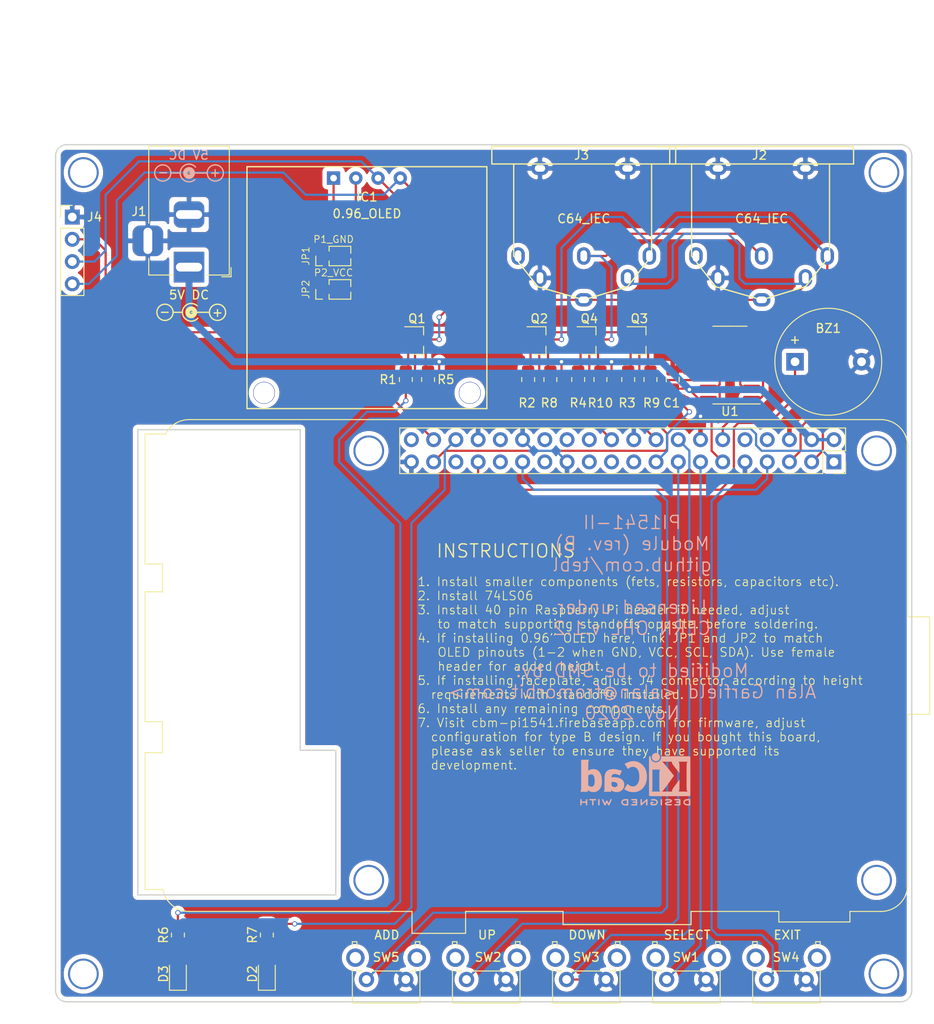
<source format=kicad_pcb>
(kicad_pcb (version 20171130) (host pcbnew "(5.1.8-0-10_14)")
  (layers (0 F.Cu signal) (31 B.Cu signal) (34 B.Paste user) (35 F.Paste user) (36 B.SilkS user) (37 F.SilkS user) (38 B.Mask user hide) (39 F.Mask user hide) (44 Edge.Cuts user))
  (net 0 "")
  (net 1 GND)
  (net 2 +3V3)
  (net 3 +5V)
  (net 4 "Net-(D2-Pad2)")
  (net 5 "Net-(IC1-Pad2)")
  (net 6 "Net-(D3-Pad2)")
  (net 7 RPI_DATA_IN)
  (net 8 SW5)
  (net 9 SW4)
  (net 10 RPI_ATN)
  (net 11 RPI_LED)
  (net 12 "Net-(A1-Pad33)")
  (net 13 RPI_RST)
  (net 14 RPI_CLK_IN)
  (net 15 SW1)
  (net 16 RPI_DATA_OUT)
  (net 17 RPI_CLK_OUT)
  (net 18 I2C_SCL)
  (net 19 SW3)
  (net 20 SW2)
  (net 21 I2C_SDA)
  (net 22 "Net-(IC1-Pad1)")
  (net 23 C64_CLK)
  (net 24 C64_DATA)
  (net 25 C64_ATN)
  (net 26 C64_RST)
  (module i2c_oled:0.96_I2C_OLED (layer F.Cu) (at 107.95 58.42)
    (fp_text reference IC1 (at 0 2.159 180) (layer F.SilkS))
    (fp_text value 0.96_OLED (at 0 4.064) (layer F.SilkS))
    (pad "" np_thru_hole circle (at -11.75 24.5) (size 2.5 2.5) (drill 2.4) (layers *.Cu *.Mask))
    (pad "" np_thru_hole circle (at 11.75 24.5) (size 2.5 2.5) (drill 2.4) (layers *.Cu *.Mask))
    (pad 4 thru_hole circle (at 3.81 0) (size 1.524 1.524) (drill 0.762) (layers *.Cu *.Mask) (net 21 I2C_SDA))
    (pad 3 thru_hole circle (at 1.27 0) (size 1.524 1.524) (drill 0.762) (layers *.Cu *.Mask) (net 18 I2C_SCL))
    (pad 2 thru_hole circle (at -1.27 0) (size 1.524 1.524) (drill 0.762) (layers *.Cu *.Mask) (net 5 "Net-(IC1-Pad2)"))
    (pad 1 thru_hole rect (at -3.81 0) (size 1.524 1.524) (drill 0.762) (layers *.Cu *.Mask) (net 22 "Net-(IC1-Pad1)"))
  )
  (module RPI:Raspberry_Pi_3B_Socketed_THT_FaceDown_MountingHoles (layer F.Cu) (at 161.29 90.805 270)
    (fp_text reference A1 hide)
    (fp_text value "Raspberry PI" hide)
    (pad 6 thru_hole oval (at -2.54 5.08 270) (size 1.7 1.7) (drill 1) (layers *.Cu *.Mask) (net 1 GND))
    (pad 3 thru_hole oval (at 0 2.54 270) (size 1.7 1.7) (drill 1) (layers *.Cu *.Mask) (net 21 I2C_SDA))
    (pad 15 thru_hole oval (at 0 17.78 270) (size 1.7 1.7) (drill 1) (layers *.Cu *.Mask) (net 20 SW2))
    (pad 16 thru_hole oval (at -2.54 17.78 270) (size 1.7 1.7) (drill 1) (layers *.Cu *.Mask) (net 19 SW3))
    (pad 4 thru_hole oval (at -2.54 2.54 270) (size 1.7 1.7) (drill 1) (layers *.Cu *.Mask) (net 3 +5V))
    (pad 5 thru_hole oval (at 0 5.08 270) (size 1.7 1.7) (drill 1) (layers *.Cu *.Mask) (net 18 I2C_SCL))
    (pad 2 thru_hole oval (at -2.54 0 270) (size 1.7 1.7) (drill 1) (layers *.Cu *.Mask) (net 3 +5V))
    (pad 1 thru_hole rect (at 0 0 270) (size 1.7 1.7) (drill 1) (layers *.Cu *.Mask) (net 2 +3V3))
    (pad 23 thru_hole oval (at 0 27.94 270) (size 1.7 1.7) (drill 1) (layers *.Cu *.Mask))
    (pad 24 thru_hole oval (at -2.54 27.94 270) (size 1.7 1.7) (drill 1) (layers *.Cu *.Mask))
    (pad 11 thru_hole oval (at 0 12.7 270) (size 1.7 1.7) (drill 1) (layers *.Cu *.Mask) (net 17 RPI_CLK_OUT))
    (pad 12 thru_hole oval (at -2.54 12.7 270) (size 1.7 1.7) (drill 1) (layers *.Cu *.Mask) (net 16 RPI_DATA_OUT))
    (pad 27 thru_hole oval (at 0 33.02 270) (size 1.7 1.7) (drill 1) (layers *.Cu *.Mask))
    (pad 28 thru_hole oval (at -2.54 33.02 270) (size 1.7 1.7) (drill 1) (layers *.Cu *.Mask))
    (pad 13 thru_hole oval (at 0 15.24 270) (size 1.7 1.7) (drill 1) (layers *.Cu *.Mask) (net 15 SW1))
    (pad 14 thru_hole oval (at -2.54 15.24 270) (size 1.7 1.7) (drill 1) (layers *.Cu *.Mask) (net 1 GND))
    (pad 9 thru_hole oval (at 0 10.16 270) (size 1.7 1.7) (drill 1) (layers *.Cu *.Mask) (net 1 GND))
    (pad 10 thru_hole oval (at -2.54 10.16 270) (size 1.7 1.7) (drill 1) (layers *.Cu *.Mask))
    (pad 19 thru_hole oval (at 0 22.86 270) (size 1.7 1.7) (drill 1) (layers *.Cu *.Mask))
    (pad 20 thru_hole oval (at -2.54 22.86 270) (size 1.7 1.7) (drill 1) (layers *.Cu *.Mask) (net 1 GND))
    (pad 37 thru_hole oval (at 0 45.72 270) (size 1.7 1.7) (drill 1) (layers *.Cu *.Mask) (net 14 RPI_CLK_IN))
    (pad 38 thru_hole oval (at -2.54 45.72 270) (size 1.7 1.7) (drill 1) (layers *.Cu *.Mask) (net 13 RPI_RST))
    (pad 33 thru_hole oval (at 0 40.64 270) (size 1.7 1.7) (drill 1) (layers *.Cu *.Mask) (net 12 "Net-(A1-Pad33)"))
    (pad 34 thru_hole oval (at -2.54 40.64 270) (size 1.7 1.7) (drill 1) (layers *.Cu *.Mask) (net 1 GND))
    (pad 35 thru_hole oval (at 0 43.18 270) (size 1.7 1.7) (drill 1) (layers *.Cu *.Mask))
    (pad 36 thru_hole oval (at -2.54 43.18 270) (size 1.7 1.7) (drill 1) (layers *.Cu *.Mask) (net 11 RPI_LED))
    (pad 17 thru_hole oval (at 0 20.32 270) (size 1.7 1.7) (drill 1) (layers *.Cu *.Mask) (net 2 +3V3))
    (pad 18 thru_hole oval (at -2.54 20.32 270) (size 1.7 1.7) (drill 1) (layers *.Cu *.Mask) (net 10 RPI_ATN))
    (pad 31 thru_hole oval (at 0 38.1 270) (size 1.7 1.7) (drill 1) (layers *.Cu *.Mask))
    (pad 32 thru_hole oval (at -2.54 38.1 270) (size 1.7 1.7) (drill 1) (layers *.Cu *.Mask))
    (pad 7 thru_hole oval (at 0 7.62 270) (size 1.7 1.7) (drill 1) (layers *.Cu *.Mask) (net 9 SW4))
    (pad 8 thru_hole oval (at -2.54 7.62 270) (size 1.7 1.7) (drill 1) (layers *.Cu *.Mask))
    (pad 29 thru_hole oval (at 0 35.56 270) (size 1.7 1.7) (drill 1) (layers *.Cu *.Mask) (net 8 SW5))
    (pad 30 thru_hole oval (at -2.54 35.56 270) (size 1.7 1.7) (drill 1) (layers *.Cu *.Mask) (net 1 GND))
    (pad 21 thru_hole oval (at 0 25.4 270) (size 1.7 1.7) (drill 1) (layers *.Cu *.Mask))
    (pad 22 thru_hole oval (at -2.54 25.4 270) (size 1.7 1.7) (drill 1) (layers *.Cu *.Mask) (net 7 RPI_DATA_IN))
    (pad 25 thru_hole oval (at 0 30.48 270) (size 1.7 1.7) (drill 1) (layers *.Cu *.Mask) (net 1 GND))
    (pad 26 thru_hole oval (at -2.54 30.48 270) (size 1.7 1.7) (drill 1) (layers *.Cu *.Mask))
    (pad 39 thru_hole oval (at 0 48.26 270) (size 1.7 1.7) (drill 1) (layers *.Cu *.Mask) (net 1 GND))
    (pad 40 thru_hole oval (at -2.54 48.26 270) (size 1.7 1.7) (drill 1) (layers *.Cu *.Mask))
    (pad "" np_thru_hole circle (at -1.27 -4.87) (size 3.5 3.5) (drill 3.048) (layers *.Cu *.Mask))
    (pad "" np_thru_hole circle (at 47.73 53.13) (size 3.5 3.5) (drill 3.048) (layers *.Cu *.Mask))
    (pad "" np_thru_hole circle (at 47.73 -4.87) (size 3.5 3.5) (drill 3.048) (layers *.Cu *.Mask))
    (pad "" np_thru_hole circle (at -1.27 53.13) (size 3.5 3.5) (drill 3.048) (layers *.Cu *.Mask))
  )
  (module mounting:M3 (layer F.Cu) (at 75.565 149.225)
    (fp_text reference M1 hide)
    (fp_text value Mounting hide)
    (pad "" np_thru_hole circle (at 0 0) (size 3.5 3.5) (drill 3.048) (layers *.Cu *.Mask))
  )
  (module mounting:M3 (layer F.Cu) (at 167.005 149.225)
    (fp_text reference M2 hide)
    (fp_text value Mounting hide)
    (pad "" np_thru_hole circle (at 0 0) (size 3.5 3.5) (drill 3.048) (layers *.Cu *.Mask))
  )
  (module mounting:M3 (layer F.Cu) (at 167.005 57.785)
    (fp_text reference M3 hide)
    (fp_text value Mounting hide)
    (pad "" np_thru_hole circle (at 0 0) (size 3.5 3.5) (drill 3.048) (layers *.Cu *.Mask))
  )
  (module mounting:M3 (layer F.Cu) (at 75.565 57.785)
    (fp_text reference M4 hide)
    (fp_text value Mounting hide)
    (pad "" np_thru_hole circle (at 0 0) (size 3.5 3.5) (drill 3.048) (layers *.Cu *.Mask))
  )
  (module Buttons_Switches_THT:SW_Tactile_SPST_Angled_PTS645Vx39-2LFS (layer F.Cu) (at 135.255 149.86 180)
    (fp_text reference SW3 (at 2.25 2.54) (layer F.SilkS))
    (fp_text value DOWN (at 2.159 5.08 180) (layer F.SilkS))
    (pad "" thru_hole circle (at -1.25 2.49 180) (size 2.1 2.1) (drill 1.3) (layers *.Cu *.Mask))
    (pad 1 thru_hole circle (at 0 0 180) (size 1.75 1.75) (drill 0.99) (layers *.Cu *.Mask) (net 1 GND))
    (pad 2 thru_hole circle (at 4.5 0 180) (size 1.75 1.75) (drill 0.99) (layers *.Cu *.Mask) (net 19 SW3))
    (pad "" thru_hole circle (at 5.76 2.49 180) (size 2.1 2.1) (drill 1.3) (layers *.Cu *.Mask))
  )
  (module Buttons_Switches_THT:SW_Tactile_SPST_Angled_PTS645Vx39-2LFS (layer F.Cu) (at 158.115 149.86 180)
    (fp_text reference SW4 (at 2.286 2.54) (layer F.SilkS))
    (fp_text value EXIT (at 2.159 5.08 180) (layer F.SilkS))
    (pad "" thru_hole circle (at -1.25 2.49 180) (size 2.1 2.1) (drill 1.3) (layers *.Cu *.Mask))
    (pad 1 thru_hole circle (at 0 0 180) (size 1.75 1.75) (drill 0.99) (layers *.Cu *.Mask) (net 1 GND))
    (pad 2 thru_hole circle (at 4.5 0 180) (size 1.75 1.75) (drill 0.99) (layers *.Cu *.Mask) (net 9 SW4))
    (pad "" thru_hole circle (at 5.76 2.49 180) (size 2.1 2.1) (drill 1.3) (layers *.Cu *.Mask))
  )
  (module Buttons_Switches_THT:SW_Tactile_SPST_Angled_PTS645Vx39-2LFS (layer F.Cu) (at 112.395 149.86 180)
    (fp_text reference SW5 (at 2.25 2.54) (layer F.SilkS))
    (fp_text value ADD (at 2.159 5.08 180) (layer F.SilkS))
    (pad "" thru_hole circle (at 5.76 2.49 180) (size 2.1 2.1) (drill 1.3) (layers *.Cu *.Mask))
    (pad 2 thru_hole circle (at 4.5 0 180) (size 1.75 1.75) (drill 0.99) (layers *.Cu *.Mask) (net 8 SW5))
    (pad 1 thru_hole circle (at 0 0 180) (size 1.75 1.75) (drill 0.99) (layers *.Cu *.Mask) (net 1 GND))
    (pad "" thru_hole circle (at -1.25 2.49 180) (size 2.1 2.1) (drill 1.3) (layers *.Cu *.Mask))
  )
  (module Buttons_Switches_THT:SW_Tactile_SPST_Angled_PTS645Vx39-2LFS (layer F.Cu) (at 146.685 149.86 180)
    (fp_text reference SW1 (at 2.286 2.54) (layer F.SilkS))
    (fp_text value SELECT (at 2.159 5.08 180) (layer F.SilkS))
    (pad "" thru_hole circle (at -1.25 2.49 180) (size 2.1 2.1) (drill 1.3) (layers *.Cu *.Mask))
    (pad 1 thru_hole circle (at 0 0 180) (size 1.75 1.75) (drill 0.99) (layers *.Cu *.Mask) (net 1 GND))
    (pad 2 thru_hole circle (at 4.5 0 180) (size 1.75 1.75) (drill 0.99) (layers *.Cu *.Mask) (net 15 SW1))
    (pad "" thru_hole circle (at 5.76 2.49 180) (size 2.1 2.1) (drill 1.3) (layers *.Cu *.Mask))
  )
  (module Buttons_Switches_THT:SW_Tactile_SPST_Angled_PTS645Vx39-2LFS (layer F.Cu) (at 123.825 149.86 180)
    (fp_text reference SW2 (at 2.032 2.54) (layer F.SilkS))
    (fp_text value UP (at 2.159 5.08 180) (layer F.SilkS))
    (pad "" thru_hole circle (at 5.76 2.49 180) (size 2.1 2.1) (drill 1.3) (layers *.Cu *.Mask))
    (pad 2 thru_hole circle (at 4.5 0 180) (size 1.75 1.75) (drill 0.99) (layers *.Cu *.Mask) (net 20 SW2))
    (pad 1 thru_hole circle (at 0 0 180) (size 1.75 1.75) (drill 0.99) (layers *.Cu *.Mask) (net 1 GND))
    (pad "" thru_hole circle (at -1.25 2.49 180) (size 2.1 2.1) (drill 1.3) (layers *.Cu *.Mask))
  )
  (module Symbols:KiCad-Logo2_6mm_SilkScreen (layer B.Cu) (at 138.61 127 180)
    (fp_text reference REF*** hide)
    (fp_text value KiCad-Logo2_6mm_SilkScreen hide)
  )
  (module Symbols:Symbol_Barrel_Polarity (layer B.Cu) (at 87.63 57.912)
    (fp_text reference REF** hide)
    (fp_text value Symbol_Barrel_Polarity)
  )
  (module Symbols:Symbol_Barrel_Polarity (layer F.Cu) (at 87.884 73.66)
    (fp_text reference REF** hide)
    (fp_text value Symbol_Barrel_Polarity)
  )
  (module C64_IEC:C64_IEC (layer F.Cu) (at 153.035 67.31 180)
    (fp_text reference J2 (at 0.25 11.5) (layer F.SilkS))
    (fp_text value C64_IEC (at 0 4.25) (layer F.SilkS))
    (pad 4 thru_hole oval (at -5 -2.5 180) (size 1.524 2) (drill oval 0.762 1.3) (layers *.Cu *.Mask) (net 23 C64_CLK))
    (pad 2 thru_hole oval (at 5 -2.5 180) (size 1.524 2) (drill oval 0.762 1.3) (layers *.Cu *.Mask) (net 1 GND))
    (pad 5 thru_hole oval (at -7.5 0 180) (size 1.524 2) (drill oval 0.762 1.3) (layers *.Cu *.Mask) (net 24 C64_DATA))
    (pad 1 thru_hole oval (at 7.5 0 180) (size 1.524 2) (drill oval 0.762 1.3) (layers *.Cu *.Mask))
    (pad 7 thru_hole oval (at -5 10 180) (size 2 1.524) (drill oval 1.2 0.762) (layers *.Cu *.Mask) (net 1 GND))
    (pad 8 thru_hole oval (at 5 10 180) (size 2 1.524) (drill oval 1.2 0.762) (layers *.Cu *.Mask) (net 1 GND))
    (pad 3 thru_hole oval (at 0 0 180) (size 1.524 2) (drill oval 0.762 1.3) (layers *.Cu *.Mask) (net 25 C64_ATN))
    (pad 6 thru_hole oval (at 0 -5 180) (size 2 1.524) (drill oval 1.2 0.762) (layers *.Cu *.Mask) (net 26 C64_RST))
  )
  (module C64_IEC:C64_IEC (layer F.Cu) (at 132.715 67.31 180)
    (fp_text reference J3 (at 0.25 11.5) (layer F.SilkS))
    (fp_text value C64_IEC (at 0 4.25) (layer F.SilkS))
    (pad 6 thru_hole oval (at 0 -5 180) (size 2 1.524) (drill oval 1.2 0.762) (layers *.Cu *.Mask) (net 26 C64_RST))
    (pad 3 thru_hole oval (at 0 0 180) (size 1.524 2) (drill oval 0.762 1.3) (layers *.Cu *.Mask) (net 25 C64_ATN))
    (pad 8 thru_hole oval (at 5 10 180) (size 2 1.524) (drill oval 1.2 0.762) (layers *.Cu *.Mask) (net 1 GND))
    (pad 7 thru_hole oval (at -5 10 180) (size 2 1.524) (drill oval 1.2 0.762) (layers *.Cu *.Mask) (net 1 GND))
    (pad 1 thru_hole oval (at 7.5 0 180) (size 1.524 2) (drill oval 0.762 1.3) (layers *.Cu *.Mask))
    (pad 5 thru_hole oval (at -7.5 0 180) (size 1.524 2) (drill oval 0.762 1.3) (layers *.Cu *.Mask) (net 24 C64_DATA))
    (pad 2 thru_hole oval (at 5 -2.5 180) (size 1.524 2) (drill oval 0.762 1.3) (layers *.Cu *.Mask) (net 1 GND))
    (pad 4 thru_hole oval (at -5 -2.5 180) (size 1.524 2) (drill oval 0.762 1.3) (layers *.Cu *.Mask) (net 23 C64_CLK))
  )
  (module wire_pads:OLED_SEL (layer F.Cu) (at 102.87 67.31 90)
    (fp_text reference JP1 (at 0 -1.905 270) (layer F.SilkS) (effects (font (size 0.8 0.8) (thickness 0.1))))
    (fp_text value P1_GND (at 1.905 1.27 180) (layer F.SilkS) (effects (font (size 0.8 0.8) (thickness 0.1))))
    (pad 3 smd oval (at 0 2.54 90) (size 1 1) (layers F.Cu F.Paste F.Mask) (net 2 +3V3))
    (pad 2 smd oval (at 0 1.27 90) (size 1 1) (layers F.Cu F.Paste F.Mask) (net 22 "Net-(IC1-Pad1)"))
    (pad 1 smd rect (at 0 0 90) (size 1 1) (layers F.Cu F.Paste F.Mask) (net 1 GND))
  )
  (module wire_pads:OLED_SEL (layer F.Cu) (at 102.87 71.12 90)
    (fp_text reference JP2 (at 0 -1.905 270) (layer F.SilkS) (effects (font (size 0.8 0.8) (thickness 0.1))))
    (fp_text value P2_VCC (at 1.905 1.27 180) (layer F.SilkS) (effects (font (size 0.8 0.8) (thickness 0.1))))
    (pad 1 smd rect (at 0 0 90) (size 1 1) (layers F.Cu F.Paste F.Mask) (net 2 +3V3))
    (pad 2 smd oval (at 0 1.27 90) (size 1 1) (layers F.Cu F.Paste F.Mask) (net 5 "Net-(IC1-Pad2)"))
    (pad 3 smd oval (at 0 2.54 90) (size 1 1) (layers F.Cu F.Paste F.Mask) (net 1 GND))
  )
  (module Capacitor_SMD:C_0805_2012Metric_Pad1.18x1.45mm_HandSolder (layer F.Cu) (at 142.875 81.407 90)
    (fp_text reference C1 (at -2.667 -0.127 180) (layer F.SilkS))
    (fp_text value 100nF)
    (pad 1 smd roundrect (at -1.0375 0 90) (size 1.175 1.45) (layers F.Cu F.Paste F.Mask) (roundrect_rratio 0.212766) (net 3 +5V))
    (pad 2 smd roundrect (at 1.0375 0 90) (size 1.175 1.45) (layers F.Cu F.Paste F.Mask) (roundrect_rratio 0.212766) (net 1 GND))
  )
  (module LED_SMD:LED_0805_2012Metric_Pad1.15x1.40mm_HandSolder (layer F.Cu) (at 96.52 149.225 90)
    (fp_text reference D2 (at 0 -1.65 90) (layer F.SilkS))
    (fp_text value DRIVE)
    (pad 2 smd roundrect (at 1.025 0 90) (size 1.15 1.4) (layers F.Cu F.Paste F.Mask) (roundrect_rratio 0.217391) (net 4 "Net-(D2-Pad2)"))
    (pad 1 smd roundrect (at -1.025 0 90) (size 1.15 1.4) (layers F.Cu F.Paste F.Mask) (roundrect_rratio 0.217391) (net 1 GND))
  )
  (module LED_SMD:LED_0805_2012Metric_Pad1.15x1.40mm_HandSolder (layer F.Cu) (at 86.36 149.225 90)
    (fp_text reference D3 (at 0 -1.65 90) (layer F.SilkS))
    (fp_text value POWER)
    (pad 1 smd roundrect (at -1.025 0 90) (size 1.15 1.4) (layers F.Cu F.Paste F.Mask) (roundrect_rratio 0.217391) (net 1 GND))
    (pad 2 smd roundrect (at 1.025 0 90) (size 1.15 1.4) (layers F.Cu F.Paste F.Mask) (roundrect_rratio 0.217391) (net 6 "Net-(D3-Pad2)"))
  )
  (module Connector_BarrelJack:BarrelJack_Horizontal (layer F.Cu) (at 87.63 68.58 270)
    (fp_text reference J1 (at -6.35 5.715 180) (layer F.SilkS))
    (fp_text value "DC IN")
    (pad 1 thru_hole rect (at 0 0 270) (size 3.5 3.5) (drill oval 1 3) (layers *.Cu *.Mask) (net 3 +5V))
    (pad 2 thru_hole roundrect (at -6 0 270) (size 3 3.5) (drill oval 1 3) (layers *.Cu *.Mask) (net 1 GND))
    (pad 3 thru_hole roundrect (at -3 4.7 270) (size 3.5 3.5) (drill oval 3 1) (layers *.Cu *.Mask) (net 1 GND))
  )
  (module Connector_PinHeader_2.54mm:PinHeader_1x04_P2.54mm_Vertical (layer F.Cu) (at 74.295 62.865)
    (fp_text reference J4 (at 2.54 0) (layer F.SilkS))
    (fp_text value Faceplate)
    (pad 1 thru_hole rect (at 0 0) (size 1.7 1.7) (drill 1) (layers *.Cu *.Mask) (net 1 GND))
    (pad 2 thru_hole oval (at 0 2.54) (size 1.7 1.7) (drill 1) (layers *.Cu *.Mask) (net 2 +3V3))
    (pad 3 thru_hole oval (at 0 5.08) (size 1.7 1.7) (drill 1) (layers *.Cu *.Mask) (net 18 I2C_SCL))
    (pad 4 thru_hole oval (at 0 7.62) (size 1.7 1.7) (drill 1) (layers *.Cu *.Mask) (net 21 I2C_SDA))
  )
  (module Resistor_SMD:R_0805_2012Metric_Pad1.20x1.40mm_HandSolder (layer F.Cu) (at 86.36 144.78 90)
    (fp_text reference R6 (at 0 -1.65 90) (layer F.SilkS))
    (fp_text value 330)
    (pad 1 smd roundrect (at -1 0 90) (size 1.2 1.4) (layers F.Cu F.Paste F.Mask) (roundrect_rratio 0.208333) (net 6 "Net-(D3-Pad2)"))
    (pad 2 smd roundrect (at 1 0 90) (size 1.2 1.4) (layers F.Cu F.Paste F.Mask) (roundrect_rratio 0.208333) (net 2 +3V3))
  )
  (module Resistor_SMD:R_0805_2012Metric_Pad1.20x1.40mm_HandSolder (layer F.Cu) (at 96.52 144.78 90)
    (fp_text reference R7 (at 0 -1.65 90) (layer F.SilkS))
    (fp_text value 330)
    (pad 2 smd roundrect (at 1 0 90) (size 1.2 1.4) (layers F.Cu F.Paste F.Mask) (roundrect_rratio 0.208333) (net 11 RPI_LED))
    (pad 1 smd roundrect (at -1 0 90) (size 1.2 1.4) (layers F.Cu F.Paste F.Mask) (roundrect_rratio 0.208333) (net 4 "Net-(D2-Pad2)"))
  )
  (module Buzzer_Beeper:Buzzer_12x9.5RM7.6 (layer F.Cu) (at 156.845 79.375)
    (fp_text reference BZ1 (at 3.8 -3.81) (layer F.SilkS))
    (fp_text value Buzzer)
    (fp_text user + (at -0.01 -2.54) (layer F.SilkS))
    (pad 1 thru_hole rect (at 0 0) (size 2 2) (drill 1) (layers *.Cu *.Mask) (net 12 "Net-(A1-Pad33)"))
    (pad 2 thru_hole circle (at 7.6 0) (size 2 2) (drill 1) (layers *.Cu *.Mask) (net 1 GND))
  )
  (module Package_TO_SOT_SMD:SOT-23 (layer F.Cu) (at 113.665 76.962)
    (fp_text reference Q1 (at 0 -2.5) (layer F.SilkS))
    (fp_text value BSS138)
    (pad 1 smd rect (at -1 -0.95) (size 0.9 0.8) (layers F.Cu F.Paste F.Mask) (net 2 +3V3))
    (pad 2 smd rect (at -1 0.95) (size 0.9 0.8) (layers F.Cu F.Paste F.Mask) (net 13 RPI_RST))
    (pad 3 smd rect (at 1 0) (size 0.9 0.8) (layers F.Cu F.Paste F.Mask) (net 26 C64_RST))
  )
  (module Package_TO_SOT_SMD:SOT-23 (layer F.Cu) (at 127.635 76.962)
    (fp_text reference Q2 (at 0 -2.5) (layer F.SilkS))
    (fp_text value BSS138)
    (pad 3 smd rect (at 1 0) (size 0.9 0.8) (layers F.Cu F.Paste F.Mask) (net 24 C64_DATA))
    (pad 2 smd rect (at -1 0.95) (size 0.9 0.8) (layers F.Cu F.Paste F.Mask) (net 7 RPI_DATA_IN))
    (pad 1 smd rect (at -1 -0.95) (size 0.9 0.8) (layers F.Cu F.Paste F.Mask) (net 2 +3V3))
  )
  (module Package_TO_SOT_SMD:SOT-23 (layer F.Cu) (at 139.065 76.962)
    (fp_text reference Q3 (at 0 -2.5) (layer F.SilkS))
    (fp_text value BSS138)
    (pad 1 smd rect (at -1 -0.95) (size 0.9 0.8) (layers F.Cu F.Paste F.Mask) (net 2 +3V3))
    (pad 2 smd rect (at -1 0.95) (size 0.9 0.8) (layers F.Cu F.Paste F.Mask) (net 14 RPI_CLK_IN))
    (pad 3 smd rect (at 1 0) (size 0.9 0.8) (layers F.Cu F.Paste F.Mask) (net 23 C64_CLK))
  )
  (module Package_TO_SOT_SMD:SOT-23 (layer F.Cu) (at 133.35 76.962)
    (fp_text reference Q4 (at 0 -2.5) (layer F.SilkS))
    (fp_text value BSS138)
    (pad 3 smd rect (at 1 0) (size 0.9 0.8) (layers F.Cu F.Paste F.Mask) (net 25 C64_ATN))
    (pad 2 smd rect (at -1 0.95) (size 0.9 0.8) (layers F.Cu F.Paste F.Mask) (net 10 RPI_ATN))
    (pad 1 smd rect (at -1 -0.95) (size 0.9 0.8) (layers F.Cu F.Paste F.Mask) (net 2 +3V3))
  )
  (module Resistor_SMD:R_0805_2012Metric_Pad1.20x1.40mm_HandSolder (layer F.Cu) (at 112.395 81.407 90)
    (fp_text reference R1 (at 0 -2.032 180) (layer F.SilkS))
    (fp_text value 10k)
    (pad 2 smd roundrect (at 1 0 90) (size 1.2 1.4) (layers F.Cu F.Paste F.Mask) (roundrect_rratio 0.208333) (net 13 RPI_RST))
    (pad 1 smd roundrect (at -1 0 90) (size 1.2 1.4) (layers F.Cu F.Paste F.Mask) (roundrect_rratio 0.208333) (net 2 +3V3))
  )
  (module Resistor_SMD:R_0805_2012Metric_Pad1.20x1.40mm_HandSolder (layer F.Cu) (at 126.365 81.407 90)
    (fp_text reference R2 (at -2.667 -0.127) (layer F.SilkS))
    (fp_text value 10k)
    (pad 2 smd roundrect (at 1 0 90) (size 1.2 1.4) (layers F.Cu F.Paste F.Mask) (roundrect_rratio 0.208333) (net 7 RPI_DATA_IN))
    (pad 1 smd roundrect (at -1 0 90) (size 1.2 1.4) (layers F.Cu F.Paste F.Mask) (roundrect_rratio 0.208333) (net 2 +3V3))
  )
  (module Resistor_SMD:R_0805_2012Metric_Pad1.20x1.40mm_HandSolder (layer F.Cu) (at 137.795 81.407 90)
    (fp_text reference R3 (at -2.667 -0.127 180) (layer F.SilkS))
    (fp_text value 10k)
    (pad 2 smd roundrect (at 1 0 90) (size 1.2 1.4) (layers F.Cu F.Paste F.Mask) (roundrect_rratio 0.208333) (net 14 RPI_CLK_IN))
    (pad 1 smd roundrect (at -1 0 90) (size 1.2 1.4) (layers F.Cu F.Paste F.Mask) (roundrect_rratio 0.208333) (net 2 +3V3))
  )
  (module Resistor_SMD:R_0805_2012Metric_Pad1.20x1.40mm_HandSolder (layer F.Cu) (at 132.08 81.407 90)
    (fp_text reference R4 (at -2.667 0) (layer F.SilkS))
    (fp_text value 10k)
    (pad 2 smd roundrect (at 1 0 90) (size 1.2 1.4) (layers F.Cu F.Paste F.Mask) (roundrect_rratio 0.208333) (net 10 RPI_ATN))
    (pad 1 smd roundrect (at -1 0 90) (size 1.2 1.4) (layers F.Cu F.Paste F.Mask) (roundrect_rratio 0.208333) (net 2 +3V3))
  )
  (module Resistor_SMD:R_0805_2012Metric_Pad1.20x1.40mm_HandSolder (layer F.Cu) (at 114.935 81.407 90)
    (fp_text reference R5 (at 0 2.032 180) (layer F.SilkS))
    (fp_text value 10k)
    (pad 1 smd roundrect (at -1 0 90) (size 1.2 1.4) (layers F.Cu F.Paste F.Mask) (roundrect_rratio 0.208333) (net 3 +5V))
    (pad 2 smd roundrect (at 1 0 90) (size 1.2 1.4) (layers F.Cu F.Paste F.Mask) (roundrect_rratio 0.208333) (net 26 C64_RST))
  )
  (module Resistor_SMD:R_0805_2012Metric_Pad1.20x1.40mm_HandSolder (layer F.Cu) (at 128.905 81.407 90)
    (fp_text reference R8 (at -2.667 -0.127 180) (layer F.SilkS))
    (fp_text value 1k)
    (pad 1 smd roundrect (at -1 0 90) (size 1.2 1.4) (layers F.Cu F.Paste F.Mask) (roundrect_rratio 0.208333) (net 3 +5V))
    (pad 2 smd roundrect (at 1 0 90) (size 1.2 1.4) (layers F.Cu F.Paste F.Mask) (roundrect_rratio 0.208333) (net 24 C64_DATA))
  )
  (module Resistor_SMD:R_0805_2012Metric_Pad1.20x1.40mm_HandSolder (layer F.Cu) (at 140.335 81.407 90)
    (fp_text reference R9 (at -2.667 0.127 180) (layer F.SilkS))
    (fp_text value 1k)
    (pad 1 smd roundrect (at -1 0 90) (size 1.2 1.4) (layers F.Cu F.Paste F.Mask) (roundrect_rratio 0.208333) (net 3 +5V))
    (pad 2 smd roundrect (at 1 0 90) (size 1.2 1.4) (layers F.Cu F.Paste F.Mask) (roundrect_rratio 0.208333) (net 23 C64_CLK))
  )
  (module Resistor_SMD:R_0805_2012Metric_Pad1.20x1.40mm_HandSolder (layer F.Cu) (at 134.62 81.407 90)
    (fp_text reference R10 (at -2.667 0) (layer F.SilkS))
    (fp_text value 10k)
    (pad 1 smd roundrect (at -1 0 90) (size 1.2 1.4) (layers F.Cu F.Paste F.Mask) (roundrect_rratio 0.208333) (net 3 +5V))
    (pad 2 smd roundrect (at 1 0 90) (size 1.2 1.4) (layers F.Cu F.Paste F.Mask) (roundrect_rratio 0.208333) (net 25 C64_ATN))
  )
  (module Package_SO:SOIC-14_3.9x8.7mm_P1.27mm (layer F.Cu) (at 149.417 79.756 180)
    (fp_text reference U1 (at 0 -5.28) (layer F.SilkS))
    (fp_text value 74LS06)
    (pad 1 smd roundrect (at -2.475 -3.81 180) (size 1.95 0.6) (layers F.Cu F.Paste F.Mask) (net 16 RPI_DATA_OUT))
    (pad 2 smd roundrect (at -2.475 -2.54 180) (size 1.95 0.6) (layers F.Cu F.Paste F.Mask) (net 24 C64_DATA))
    (pad 3 smd roundrect (at -2.475 -1.27 180) (size 1.95 0.6) (layers F.Cu F.Paste F.Mask) (net 16 RPI_DATA_OUT))
    (pad 4 smd roundrect (at -2.475 0 180) (size 1.95 0.6) (layers F.Cu F.Paste F.Mask) (net 24 C64_DATA))
    (pad 5 smd roundrect (at -2.475 1.27 180) (size 1.95 0.6) (layers F.Cu F.Paste F.Mask) (net 16 RPI_DATA_OUT))
    (pad 6 smd roundrect (at -2.475 2.54 180) (size 1.95 0.6) (layers F.Cu F.Paste F.Mask) (net 24 C64_DATA))
    (pad 7 smd roundrect (at -2.475 3.81 180) (size 1.95 0.6) (layers F.Cu F.Paste F.Mask) (net 1 GND))
    (pad 8 smd roundrect (at 2.475 3.81 180) (size 1.95 0.6) (layers F.Cu F.Paste F.Mask) (net 23 C64_CLK))
    (pad 9 smd roundrect (at 2.475 2.54 180) (size 1.95 0.6) (layers F.Cu F.Paste F.Mask) (net 17 RPI_CLK_OUT))
    (pad 10 smd roundrect (at 2.475 1.27 180) (size 1.95 0.6) (layers F.Cu F.Paste F.Mask) (net 23 C64_CLK))
    (pad 11 smd roundrect (at 2.475 0 180) (size 1.95 0.6) (layers F.Cu F.Paste F.Mask) (net 17 RPI_CLK_OUT))
    (pad 12 smd roundrect (at 2.475 -1.27 180) (size 1.95 0.6) (layers F.Cu F.Paste F.Mask) (net 23 C64_CLK))
    (pad 13 smd roundrect (at 2.475 -2.54 180) (size 1.95 0.6) (layers F.Cu F.Paste F.Mask) (net 17 RPI_CLK_OUT))
    (pad 14 smd roundrect (at 2.475 -3.81 180) (size 1.95 0.6) (layers F.Cu F.Paste F.Mask) (net 3 +5V))
  )
  (gr_text - (at 84.6836 57.8866 180) (layer B.SilkS) (effects (font (size 1 1)) (justify mirror)))
  (gr_text - (at 84.8614 73.66) (layer F.SilkS) (effects (font (size 1 1))))
  (gr_text "5V DC" (at 87.63 71.755) (layer F.SilkS) (effects (font (size 1 1))))
  (gr_text + (at 90.884 73.735) (layer F.SilkS) (effects (font (size 1 1))))
  (gr_line (start 81.788 140.208) (end 81.788 87.122) (layer Edge.Cuts) (width 0.15))
  (gr_text "1. Install smaller components (fets, resistors, capacitors etc).\n2. Install 74LS06\n3. Install 40 pin Raspberry Pi header if needed, adjust\n   to match supporting standoffs oppsite. before soldering.\n4. If installing 0.96” OLED here, link JP1 and JP2 to match\n   OLED pinouts (1-2 when GND, VCC, SCL, SDA). Use female\n   header for added height.\n5. If installing faceplate, adjust J4 connector according to height\n  requirements with standoffs installed.\n6. Install any remaining components.\n7. Visit cbm-pi1541.firebaseapp.com for firmware, adjust\n  configuration for type B design. If you bought this board,\n  please ask seller to ensure they have supported its\n  development." (at 113.665 114.935) (layer F.SilkS) (effects (font (size 1 1) (thickness 0.1)) (justify left)))
  (gr_text INSTRUCTIONS (at 123.825 100.965) (layer F.SilkS) (effects (font (size 1.5 1.5))))
  (gr_text "PI1541-II\nModule (rev. B)\ngithub.com/tebl\n\nLicensed under\nCERN OHL v.1.2\n\nModified to be SMD by:\nAlan Garfield <alan@fromorbit.com>\nNov 2020" (at 138.24 108.585) (layer B.SilkS) (effects (font (size 1.5 1.5)) (justify mirror)))
  (gr_text + (at 90.61 57.78) (layer B.SilkS) (effects (font (size 1 1)) (justify mirror)))
  (gr_text "5V DC" (at 87.58 55.81) (layer B.SilkS) (effects (font (size 1 1)) (justify mirror)))
  (gr_line (start 72.39 139.954) (end 72.39 151.13) (layer Edge.Cuts) (width 0.15))
  (gr_line (start 104.394 140.208) (end 81.788 140.208) (layer Edge.Cuts) (width 0.15))
  (gr_line (start 104.394 123.698) (end 104.394 140.208) (layer Edge.Cuts) (width 0.15))
  (gr_line (start 100.33 123.698) (end 104.394 123.698) (layer Edge.Cuts) (width 0.15))
  (gr_line (start 100.33 87.122) (end 100.33 123.698) (layer Edge.Cuts) (width 0.15))
  (gr_line (start 81.788 87.122) (end 100.33 87.122) (layer Edge.Cuts) (width 0.15))
  (gr_line (start 72.39 139.954) (end 72.39 55.88) (layer Edge.Cuts) (width 0.15))
  (gr_line (start 168.91 54.61) (end 73.66 54.61) (angle 90) (layer Edge.Cuts) (width 0.15))
  (gr_arc (start 73.66 55.88) (end 72.39 55.88) (angle 90) (layer Edge.Cuts) (width 0.15))
  (gr_arc (start 168.91 55.88) (end 168.91 54.61) (angle 90) (layer Edge.Cuts) (width 0.15))
  (gr_line (start 170.18 151.13) (end 170.18 55.88) (angle 90) (layer Edge.Cuts) (width 0.15))
  (gr_arc (start 168.91 151.13) (end 170.18 151.13) (angle 90) (layer Edge.Cuts) (width 0.15))
  (gr_line (start 73.66 152.4) (end 168.91 152.4) (angle 90) (layer Edge.Cuts) (width 0.15))
  (gr_arc (start 73.66 151.13) (end 73.66 152.4) (angle 90) (layer Edge.Cuts) (width 0.15))
  (segment (start 129.54 89.535) (end 130.81 90.805) (width 0.25) (layer B.Cu) (net 1))
  (segment (start 127 89.535) (end 129.54 89.535) (width 0.25) (layer B.Cu) (net 1))
  (segment (start 125.73 88.265) (end 127 89.535) (width 0.25) (layer B.Cu) (net 1))
  (via (at 146.05 85.598) (size 0.6) (drill 0.4) (layers F.Cu B.Cu) (net 1))
  (segment (start 146.05 88.265) (end 146.05 85.598) (width 0.25) (layer F.Cu) (net 1))
  (segment (start 137.922 82.026) (end 137.922 82.042) (width 0.25) (layer F.Cu) (net 2))
  (segment (start 132.35 76.012) (end 138.065 76.012) (width 0.25) (layer F.Cu) (net 2))
  (segment (start 126.635 76.012) (end 132.35 76.012) (width 0.25) (layer F.Cu) (net 2))
  (segment (start 113.440001 76.787001) (end 113.440001 81.504999) (width 0.25) (layer F.Cu) (net 2))
  (segment (start 112.538 82.407) (end 112.395 82.407) (width 0.25) (layer F.Cu) (net 2))
  (segment (start 113.440001 81.504999) (end 112.538 82.407) (width 0.25) (layer F.Cu) (net 2))
  (segment (start 112.665 76.012) (end 113.440001 76.787001) (width 0.25) (layer F.Cu) (net 2))
  (segment (start 127.635 81.137) (end 126.365 82.407) (width 0.25) (layer F.Cu) (net 2))
  (segment (start 127.635 77.012) (end 127.635 81.137) (width 0.25) (layer F.Cu) (net 2))
  (segment (start 126.635 76.012) (end 127.635 77.012) (width 0.25) (layer F.Cu) (net 2))
  (segment (start 133.35 81.137) (end 132.08 82.407) (width 0.25) (layer F.Cu) (net 2))
  (segment (start 133.35 77.476998) (end 133.35 81.137) (width 0.25) (layer F.Cu) (net 2))
  (segment (start 132.35 76.476998) (end 133.35 77.476998) (width 0.25) (layer F.Cu) (net 2))
  (segment (start 132.35 76.012) (end 132.35 76.476998) (width 0.25) (layer F.Cu) (net 2))
  (via (at 86.36 142.24) (size 0.6) (drill 0.4) (layers F.Cu B.Cu) (net 2))
  (segment (start 86.36 142.24) (end 86.36 143.78) (width 0.25) (layer F.Cu) (net 2))
  (segment (start 78.105 72.39) (end 78.105 66.675) (width 0.25) (layer F.Cu) (net 2))
  (segment (start 76.835 65.405) (end 74.295 65.405) (width 0.25) (layer F.Cu) (net 2))
  (segment (start 78.105 66.675) (end 76.835 65.405) (width 0.25) (layer F.Cu) (net 2))
  (segment (start 102.87 71.12) (end 102.87 70.485) (width 0.25) (layer F.Cu) (net 2))
  (segment (start 105.41 67.945) (end 105.41 67.31) (width 0.25) (layer F.Cu) (net 2))
  (segment (start 102.87 70.485) (end 105.41 67.945) (width 0.25) (layer F.Cu) (net 2))
  (segment (start 126.635 76.012) (end 112.665 76.012) (width 0.25) (layer F.Cu) (net 2))
  (via (at 112.395005 83.819995) (size 0.6) (drill 0.4) (layers F.Cu B.Cu) (net 2))
  (segment (start 112.395 82.407) (end 112.395 83.81999) (width 0.25) (layer F.Cu) (net 2))
  (segment (start 112.395 83.81999) (end 112.395005 83.819995) (width 0.25) (layer F.Cu) (net 2))
  (segment (start 111.125 85.09) (end 112.395005 83.819995) (width 0.25) (layer B.Cu) (net 2))
  (segment (start 104.775 88.265) (end 107.95 85.09) (width 0.25) (layer B.Cu) (net 2))
  (segment (start 111.76 97.79) (end 104.775 90.805) (width 0.25) (layer B.Cu) (net 2))
  (segment (start 104.775 90.805) (end 104.775 88.265) (width 0.25) (layer B.Cu) (net 2))
  (segment (start 111.76 140.97) (end 111.76 97.79) (width 0.25) (layer B.Cu) (net 2))
  (segment (start 107.95 85.09) (end 111.125 85.09) (width 0.25) (layer B.Cu) (net 2))
  (segment (start 110.49 142.24) (end 111.76 140.97) (width 0.25) (layer B.Cu) (net 2))
  (segment (start 86.36 142.24) (end 110.49 142.24) (width 0.25) (layer B.Cu) (net 2))
  (segment (start 112.665 76.012) (end 81.727 76.012) (width 0.25) (layer F.Cu) (net 2))
  (segment (start 81.5975 75.8825) (end 78.105 72.39) (width 0.25) (layer F.Cu) (net 2))
  (segment (start 81.727 76.012) (end 81.5975 75.8825) (width 0.25) (layer F.Cu) (net 2))
  (segment (start 102.87 75.565) (end 103.317 76.012) (width 0.25) (layer F.Cu) (net 2))
  (segment (start 102.87 71.12) (end 102.87 75.565) (width 0.25) (layer F.Cu) (net 2))
  (segment (start 139.065 77.012) (end 138.065 76.012) (width 0.25) (layer F.Cu) (net 2))
  (segment (start 160.02 89.535) (end 161.29 90.805) (width 0.25) (layer B.Cu) (net 2))
  (segment (start 152.4 88.9) (end 153.035 89.535) (width 0.25) (layer B.Cu) (net 2))
  (segment (start 152.4 87.63) (end 152.4 88.9) (width 0.25) (layer B.Cu) (net 2))
  (segment (start 142.875 86.995) (end 151.765 86.995) (width 0.25) (layer B.Cu) (net 2))
  (segment (start 151.765 86.995) (end 152.4 87.63) (width 0.25) (layer B.Cu) (net 2))
  (segment (start 142.24 87.63) (end 142.875 86.995) (width 0.25) (layer B.Cu) (net 2))
  (segment (start 153.035 89.535) (end 160.02 89.535) (width 0.25) (layer B.Cu) (net 2))
  (segment (start 142.24 89.535) (end 142.24 87.63) (width 0.25) (layer B.Cu) (net 2))
  (segment (start 140.97 90.805) (end 142.24 89.535) (width 0.25) (layer B.Cu) (net 2))
  (via (at 144.78 85.09) (size 0.6) (drill 0.4) (layers F.Cu B.Cu) (net 2))
  (segment (start 142.875 86.995) (end 144.78 85.09) (width 0.25) (layer B.Cu) (net 2))
  (segment (start 139.065 81.837) (end 139.065 77.012) (width 0.25) (layer F.Cu) (net 2))
  (segment (start 138.495 82.407) (end 139.065 81.837) (width 0.25) (layer F.Cu) (net 2))
  (segment (start 137.795 82.407) (end 138.495 82.407) (width 0.25) (layer F.Cu) (net 2))
  (segment (start 138.72181 82.407) (end 137.795 82.407) (width 0.25) (layer F.Cu) (net 2))
  (segment (start 140.13481 83.82) (end 138.72181 82.407) (width 0.25) (layer F.Cu) (net 2))
  (segment (start 143.51 83.82) (end 140.13481 83.82) (width 0.25) (layer F.Cu) (net 2))
  (segment (start 144.78 85.09) (end 143.51 83.82) (width 0.25) (layer F.Cu) (net 2))
  (segment (start 142.8375 82.407) (end 142.875 82.4445) (width 0.25) (layer F.Cu) (net 3))
  (segment (start 140.335 82.407) (end 142.8375 82.407) (width 0.25) (layer F.Cu) (net 3))
  (segment (start 142.9805 82.55) (end 142.875 82.4445) (width 0.25) (layer F.Cu) (net 3))
  (segment (start 158.75 88.265) (end 161.29 88.265) (width 0.381) (layer B.Cu) (net 3))
  (via (at 135.89 79.375) (size 0.6) (drill 0.4) (layers F.Cu B.Cu) (net 3))
  (segment (start 134.62 82.407) (end 135.89 81.137) (width 0.25) (layer F.Cu) (net 3))
  (segment (start 135.89 81.137) (end 135.89 79.375) (width 0.25) (layer F.Cu) (net 3))
  (via (at 130.175 79.375) (size 0.6) (drill 0.4) (layers F.Cu B.Cu) (net 3))
  (segment (start 135.465736 79.375) (end 130.175 79.375) (width 0.8) (layer B.Cu) (net 3))
  (segment (start 128.905 82.407) (end 130.175 81.137) (width 0.25) (layer F.Cu) (net 3))
  (segment (start 130.175 81.137) (end 130.175 79.375) (width 0.25) (layer F.Cu) (net 3))
  (segment (start 135.89 79.375) (end 135.465736 79.375) (width 0.8) (layer B.Cu) (net 3))
  (segment (start 116.205 81.137) (end 116.205 79.375) (width 0.25) (layer F.Cu) (net 3))
  (segment (start 114.935 82.407) (end 116.205 81.137) (width 0.25) (layer F.Cu) (net 3))
  (via (at 116.205 79.375) (size 0.6) (drill 0.4) (layers F.Cu B.Cu) (net 3))
  (segment (start 129.750736 79.375) (end 130.175 79.375) (width 0.8) (layer B.Cu) (net 3))
  (segment (start 92.71 79.375) (end 129.750736 79.375) (width 0.8) (layer B.Cu) (net 3))
  (segment (start 87.63 74.295) (end 92.71 79.375) (width 0.8) (layer B.Cu) (net 3))
  (segment (start 87.63 68.58) (end 87.63 74.295) (width 0.8) (layer B.Cu) (net 3))
  (segment (start 144.6745 82.4445) (end 144.78 82.55) (width 0.25) (layer F.Cu) (net 3))
  (segment (start 142.875 82.4445) (end 144.6745 82.4445) (width 0.25) (layer F.Cu) (net 3))
  (segment (start 141.605 79.375) (end 144.78 82.55) (width 0.8) (layer B.Cu) (net 3))
  (segment (start 135.89 79.375) (end 141.605 79.375) (width 0.8) (layer B.Cu) (net 3))
  (segment (start 146.942 83.566) (end 145.796 83.566) (width 0.25) (layer F.Cu) (net 3))
  (segment (start 153.035 82.55) (end 144.78 82.55) (width 0.8) (layer B.Cu) (net 3))
  (segment (start 145.796 83.566) (end 144.78 82.55) (width 0.25) (layer F.Cu) (net 3))
  (segment (start 158.75 88.265) (end 153.035 82.55) (width 0.8) (layer B.Cu) (net 3))
  (via (at 144.78 82.55) (size 0.6) (drill 0.4) (layers F.Cu B.Cu) (net 3))
  (segment (start 96.52 145.78) (end 96.52 148.2) (width 0.25) (layer F.Cu) (net 4))
  (segment (start 104.14 71.12) (end 106.68 68.58) (width 0.25) (layer F.Cu) (net 5))
  (segment (start 106.68 68.58) (end 106.68 58.42) (width 0.25) (layer F.Cu) (net 5))
  (segment (start 86.36 145.78) (end 86.36 148.2) (width 0.25) (layer F.Cu) (net 6))
  (segment (start 126.635 80.137) (end 126.365 80.407) (width 0.25) (layer F.Cu) (net 7))
  (segment (start 126.635 77.912) (end 126.635 80.137) (width 0.25) (layer F.Cu) (net 7))
  (segment (start 133.985 86.36) (end 135.89 88.265) (width 0.25) (layer F.Cu) (net 7))
  (segment (start 125.095 83.82) (end 127.635 86.36) (width 0.25) (layer F.Cu) (net 7))
  (segment (start 125.095 81.677) (end 125.095 83.82) (width 0.25) (layer F.Cu) (net 7))
  (segment (start 127.635 86.36) (end 133.985 86.36) (width 0.25) (layer F.Cu) (net 7))
  (segment (start 126.365 80.407) (end 125.095 81.677) (width 0.25) (layer F.Cu) (net 7))
  (segment (start 115.515 142.24) (end 107.895 149.86) (width 0.25) (layer B.Cu) (net 8))
  (segment (start 141.605 142.24) (end 115.515 142.24) (width 0.25) (layer B.Cu) (net 8))
  (segment (start 142.24 141.605) (end 141.605 142.24) (width 0.25) (layer B.Cu) (net 8))
  (segment (start 125.73 90.805) (end 125.73 92.71) (width 0.25) (layer B.Cu) (net 8))
  (segment (start 142.24 95.25) (end 142.24 141.605) (width 0.25) (layer B.Cu) (net 8))
  (segment (start 125.73 92.71) (end 127 93.98) (width 0.25) (layer B.Cu) (net 8))
  (segment (start 127 93.98) (end 140.97 93.98) (width 0.25) (layer B.Cu) (net 8))
  (segment (start 140.97 93.98) (end 142.24 95.25) (width 0.25) (layer B.Cu) (net 8))
  (segment (start 153.035 144.78) (end 154.305 146.05) (width 0.25) (layer B.Cu) (net 9))
  (segment (start 154.305 146.05) (end 154.305 149.17) (width 0.25) (layer B.Cu) (net 9))
  (segment (start 147.32 144.145) (end 147.955 144.78) (width 0.25) (layer B.Cu) (net 9))
  (segment (start 153.67 92.71) (end 152.4 93.98) (width 0.25) (layer B.Cu) (net 9))
  (segment (start 147.32 95.25) (end 147.32 144.145) (width 0.25) (layer B.Cu) (net 9))
  (segment (start 154.305 149.17) (end 153.615 149.86) (width 0.25) (layer B.Cu) (net 9))
  (segment (start 148.59 93.98) (end 147.32 95.25) (width 0.25) (layer B.Cu) (net 9))
  (segment (start 152.4 93.98) (end 148.59 93.98) (width 0.25) (layer B.Cu) (net 9))
  (segment (start 147.955 144.78) (end 153.035 144.78) (width 0.25) (layer B.Cu) (net 9))
  (segment (start 153.67 90.805) (end 153.67 92.71) (width 0.25) (layer B.Cu) (net 9))
  (segment (start 132.35 80.137) (end 132.08 80.407) (width 0.25) (layer F.Cu) (net 10))
  (segment (start 132.35 77.912) (end 132.35 80.137) (width 0.25) (layer F.Cu) (net 10))
  (segment (start 130.81 83.870047) (end 132.029953 85.09) (width 0.25) (layer F.Cu) (net 10))
  (segment (start 130.81 81.677) (end 130.81 83.870047) (width 0.25) (layer F.Cu) (net 10))
  (segment (start 137.795 85.09) (end 140.97 88.265) (width 0.25) (layer F.Cu) (net 10))
  (segment (start 132.029953 85.09) (end 137.795 85.09) (width 0.25) (layer F.Cu) (net 10))
  (segment (start 132.08 80.407) (end 130.81 81.677) (width 0.25) (layer F.Cu) (net 10))
  (via (at 99.695 143.51) (size 0.6) (drill 0.4) (layers F.Cu B.Cu) (net 11))
  (segment (start 111.125 143.51) (end 99.695 143.51) (width 0.25) (layer B.Cu) (net 11))
  (segment (start 113.03 97.79) (end 113.03 141.605) (width 0.25) (layer B.Cu) (net 11))
  (segment (start 116.84 93.98) (end 113.03 97.79) (width 0.25) (layer B.Cu) (net 11))
  (segment (start 116.84 89.535) (end 116.84 93.98) (width 0.25) (layer B.Cu) (net 11))
  (segment (start 113.03 141.605) (end 111.125 143.51) (width 0.25) (layer B.Cu) (net 11))
  (segment (start 118.11 88.265) (end 116.84 89.535) (width 0.25) (layer B.Cu) (net 11))
  (segment (start 96.79 143.51) (end 99.695 143.51) (width 0.25) (layer F.Cu) (net 11))
  (segment (start 96.52 143.78) (end 96.79 143.51) (width 0.25) (layer F.Cu) (net 11))
  (segment (start 156.845 83.439) (end 156.845 79.375) (width 0.25) (layer F.Cu) (net 12))
  (segment (start 153.924 86.36) (end 156.845 83.439) (width 0.25) (layer F.Cu) (net 12))
  (segment (start 150.368 86.36) (end 153.924 86.36) (width 0.25) (layer F.Cu) (net 12))
  (segment (start 149.86 86.868) (end 150.368 86.36) (width 0.25) (layer F.Cu) (net 12))
  (segment (start 149.86 92.456) (end 149.86 86.868) (width 0.25) (layer F.Cu) (net 12))
  (segment (start 120.65 90.805) (end 120.65 92.71) (width 0.25) (layer F.Cu) (net 12))
  (segment (start 148.336 93.98) (end 149.86 92.456) (width 0.25) (layer F.Cu) (net 12))
  (segment (start 121.92 93.98) (end 148.336 93.98) (width 0.25) (layer F.Cu) (net 12))
  (segment (start 120.65 92.71) (end 121.92 93.98) (width 0.25) (layer F.Cu) (net 12))
  (segment (start 112.665 80.137) (end 112.395 80.407) (width 0.25) (layer F.Cu) (net 13))
  (segment (start 112.665 77.912) (end 112.665 80.137) (width 0.25) (layer F.Cu) (net 13))
  (segment (start 111.125 83.82) (end 115.57 88.265) (width 0.25) (layer F.Cu) (net 13))
  (segment (start 111.125 81.677) (end 111.125 83.82) (width 0.25) (layer F.Cu) (net 13))
  (segment (start 112.395 80.407) (end 111.125 81.677) (width 0.25) (layer F.Cu) (net 13))
  (segment (start 137.938 80.391) (end 137.922 80.407) (width 0.25) (layer F.Cu) (net 14))
  (segment (start 138.065 80.137) (end 137.795 80.407) (width 0.25) (layer F.Cu) (net 14))
  (segment (start 138.065 77.912) (end 138.065 80.137) (width 0.25) (layer F.Cu) (net 14))
  (segment (start 136.525 83.185) (end 136.525 81.677) (width 0.25) (layer F.Cu) (net 14))
  (segment (start 137.16 83.82) (end 136.525 83.185) (width 0.25) (layer F.Cu) (net 14))
  (segment (start 138.4935 83.82) (end 137.16 83.82) (width 0.25) (layer F.Cu) (net 14))
  (segment (start 142.24 87.5665) (end 138.4935 83.82) (width 0.25) (layer F.Cu) (net 14))
  (segment (start 142.018001 89.535) (end 142.24 89.313001) (width 0.25) (layer F.Cu) (net 14))
  (segment (start 142.24 89.313001) (end 142.24 87.5665) (width 0.25) (layer F.Cu) (net 14))
  (segment (start 116.84 89.535) (end 142.018001 89.535) (width 0.25) (layer F.Cu) (net 14))
  (segment (start 136.525 81.677) (end 137.795 80.407) (width 0.25) (layer F.Cu) (net 14))
  (segment (start 115.57 90.805) (end 116.84 89.535) (width 0.25) (layer F.Cu) (net 14))
  (segment (start 146.05 145.995) (end 142.185 149.86) (width 0.25) (layer B.Cu) (net 15))
  (segment (start 146.05 90.805) (end 146.05 145.995) (width 0.25) (layer B.Cu) (net 15))
  (segment (start 148.59 86.868) (end 151.892 83.566) (width 0.25) (layer F.Cu) (net 16))
  (segment (start 148.59 88.265) (end 148.59 86.868) (width 0.25) (layer F.Cu) (net 16))
  (segment (start 153.19201 81.35101) (end 152.867 81.026) (width 0.25) (layer F.Cu) (net 16))
  (segment (start 152.867 83.566) (end 153.19201 83.24099) (width 0.25) (layer F.Cu) (net 16))
  (segment (start 153.19201 83.24099) (end 153.19201 81.35101) (width 0.25) (layer F.Cu) (net 16))
  (segment (start 151.892 83.566) (end 152.867 83.566) (width 0.25) (layer F.Cu) (net 16))
  (segment (start 152.867 78.486) (end 151.892 78.486) (width 0.25) (layer F.Cu) (net 16))
  (segment (start 153.19201 78.81101) (end 152.867 78.486) (width 0.25) (layer F.Cu) (net 16))
  (segment (start 152.867 81.026) (end 153.19201 80.70099) (width 0.25) (layer F.Cu) (net 16))
  (segment (start 153.19201 80.70099) (end 153.19201 78.81101) (width 0.25) (layer F.Cu) (net 16))
  (segment (start 151.892 81.026) (end 152.867 81.026) (width 0.25) (layer F.Cu) (net 16))
  (segment (start 148.24201 80.08101) (end 147.917 79.756) (width 0.25) (layer F.Cu) (net 17))
  (segment (start 148.24201 81.97099) (end 148.24201 80.08101) (width 0.25) (layer F.Cu) (net 17))
  (segment (start 147.917 82.296) (end 148.24201 81.97099) (width 0.25) (layer F.Cu) (net 17))
  (segment (start 146.942 82.296) (end 147.917 82.296) (width 0.25) (layer F.Cu) (net 17))
  (segment (start 147.917 77.216) (end 146.942 77.216) (width 0.25) (layer F.Cu) (net 17))
  (segment (start 148.24201 77.54101) (end 147.917 77.216) (width 0.25) (layer F.Cu) (net 17))
  (segment (start 147.917 79.756) (end 148.24201 79.43099) (width 0.25) (layer F.Cu) (net 17))
  (segment (start 148.24201 79.43099) (end 148.24201 77.54101) (width 0.25) (layer F.Cu) (net 17))
  (segment (start 146.942 79.756) (end 147.917 79.756) (width 0.25) (layer F.Cu) (net 17))
  (segment (start 148.24201 83.912758) (end 148.24201 82.62101) (width 0.25) (layer F.Cu) (net 17))
  (segment (start 147.32 84.834768) (end 148.24201 83.912758) (width 0.25) (layer F.Cu) (net 17))
  (segment (start 147.32 89.535) (end 147.32 84.834768) (width 0.25) (layer F.Cu) (net 17))
  (segment (start 148.24201 82.62101) (end 147.917 82.296) (width 0.25) (layer F.Cu) (net 17))
  (segment (start 148.59 90.805) (end 147.32 89.535) (width 0.25) (layer F.Cu) (net 17))
  (segment (start 109.22 59.055) (end 109.22 58.42) (width 0.25) (layer F.Cu) (net 18))
  (segment (start 74.295 67.945) (end 76.835 67.945) (width 0.25) (layer B.Cu) (net 18))
  (segment (start 76.835 67.945) (end 78.105 66.675) (width 0.25) (layer B.Cu) (net 18))
  (segment (start 78.105 66.675) (end 78.105 60.325) (width 0.25) (layer B.Cu) (net 18))
  (segment (start 107.315 56.515) (end 109.22 58.42) (width 0.25) (layer B.Cu) (net 18))
  (segment (start 81.915 56.515) (end 107.315 56.515) (width 0.25) (layer B.Cu) (net 18))
  (segment (start 78.105 60.325) (end 81.915 56.515) (width 0.25) (layer B.Cu) (net 18))
  (segment (start 167.132 65.532) (end 162.56 60.96) (width 0.25) (layer F.Cu) (net 18))
  (segment (start 167.132 82.423) (end 167.132 65.532) (width 0.25) (layer F.Cu) (net 18))
  (segment (start 111.76 60.96) (end 109.22 58.42) (width 0.25) (layer F.Cu) (net 18))
  (segment (start 162.56 60.96) (end 111.76 60.96) (width 0.25) (layer F.Cu) (net 18))
  (segment (start 159.258 85.09) (end 164.465 85.09) (width 0.25) (layer F.Cu) (net 18))
  (segment (start 157.48 86.868) (end 159.258 85.09) (width 0.25) (layer F.Cu) (net 18))
  (segment (start 157.48 89.535) (end 157.48 86.868) (width 0.25) (layer F.Cu) (net 18))
  (segment (start 164.465 85.09) (end 167.132 82.423) (width 0.25) (layer F.Cu) (net 18))
  (segment (start 156.21 90.805) (end 157.48 89.535) (width 0.25) (layer F.Cu) (net 18))
  (segment (start 132.715 149.86) (end 132.66 149.86) (width 0.25) (layer F.Cu) (net 19))
  (segment (start 130.755 149.86) (end 132.715 149.86) (width 0.25) (layer F.Cu) (net 19))
  (segment (start 144.78 144.145) (end 144.145 144.78) (width 0.25) (layer B.Cu) (net 19))
  (segment (start 135.835 144.78) (end 130.755 149.86) (width 0.25) (layer B.Cu) (net 19))
  (segment (start 144.78 89.535) (end 144.78 144.145) (width 0.25) (layer B.Cu) (net 19))
  (segment (start 144.145 144.78) (end 135.835 144.78) (width 0.25) (layer B.Cu) (net 19))
  (segment (start 143.51 88.265) (end 144.78 89.535) (width 0.25) (layer B.Cu) (net 19))
  (segment (start 142.875 143.51) (end 125.675 143.51) (width 0.25) (layer B.Cu) (net 20))
  (segment (start 143.51 142.875) (end 142.875 143.51) (width 0.25) (layer B.Cu) (net 20))
  (segment (start 125.675 143.51) (end 119.325 149.86) (width 0.25) (layer B.Cu) (net 20))
  (segment (start 143.51 90.805) (end 143.51 142.875) (width 0.25) (layer B.Cu) (net 20))
  (segment (start 74.295 70.485) (end 76.2 70.485) (width 0.25) (layer B.Cu) (net 21))
  (segment (start 76.2 70.485) (end 79.375 67.31) (width 0.25) (layer B.Cu) (net 21))
  (segment (start 79.375 67.31) (end 79.375 60.96) (width 0.25) (layer B.Cu) (net 21))
  (segment (start 79.375 60.96) (end 82.55 57.785) (width 0.25) (layer B.Cu) (net 21))
  (segment (start 82.55 57.785) (end 98.425 57.785) (width 0.25) (layer B.Cu) (net 21))
  (segment (start 98.425 57.785) (end 100.965 60.325) (width 0.25) (layer B.Cu) (net 21))
  (segment (start 109.855 60.325) (end 111.76 58.42) (width 0.25) (layer B.Cu) (net 21))
  (segment (start 100.965 60.325) (end 109.855 60.325) (width 0.25) (layer B.Cu) (net 21))
  (segment (start 113.284 59.944) (end 111.76 58.42) (width 0.25) (layer F.Cu) (net 21))
  (segment (start 163.068 59.944) (end 113.284 59.944) (width 0.25) (layer F.Cu) (net 21))
  (segment (start 164.934002 86.36) (end 168.148 83.146002) (width 0.25) (layer F.Cu) (net 21))
  (segment (start 168.148 65.024) (end 163.068 59.944) (width 0.25) (layer F.Cu) (net 21))
  (segment (start 168.148 83.146002) (end 168.148 65.024) (width 0.25) (layer F.Cu) (net 21))
  (segment (start 160.655 86.36) (end 164.934002 86.36) (width 0.25) (layer F.Cu) (net 21))
  (segment (start 160.02 86.995) (end 160.655 86.36) (width 0.25) (layer F.Cu) (net 21))
  (segment (start 160.02 89.535) (end 160.02 86.995) (width 0.25) (layer F.Cu) (net 21))
  (segment (start 158.75 90.805) (end 160.02 89.535) (width 0.25) (layer F.Cu) (net 21))
  (segment (start 104.14 67.31) (end 104.14 58.42) (width 0.25) (layer F.Cu) (net 22))
  (segment (start 145.64199 80.70099) (end 145.64199 78.81101) (width 0.25) (layer F.Cu) (net 23))
  (segment (start 145.967 81.026) (end 145.64199 80.70099) (width 0.25) (layer F.Cu) (net 23))
  (segment (start 145.64199 78.81101) (end 145.967 78.486) (width 0.25) (layer F.Cu) (net 23))
  (segment (start 145.967 75.946) (end 146.942 75.946) (width 0.25) (layer F.Cu) (net 23))
  (segment (start 145.64199 78.16099) (end 145.64199 76.27101) (width 0.25) (layer F.Cu) (net 23))
  (segment (start 145.64199 76.27101) (end 145.967 75.946) (width 0.25) (layer F.Cu) (net 23))
  (segment (start 145.967 78.486) (end 145.64199 78.16099) (width 0.25) (layer F.Cu) (net 23))
  (segment (start 146.942 78.486) (end 145.967 78.486) (width 0.25) (layer F.Cu) (net 23))
  (segment (start 140.065 80.137) (end 140.335 80.407) (width 0.25) (layer F.Cu) (net 23))
  (segment (start 140.065 76.962) (end 140.065 80.137) (width 0.25) (layer F.Cu) (net 23))
  (segment (start 141.39099 81.46299) (end 140.335 80.407) (width 0.25) (layer F.Cu) (net 23))
  (segment (start 145.967 81.026) (end 146.942 81.026) (width 0.25) (layer F.Cu) (net 23))
  (segment (start 154.305 74.295) (end 158.035 70.565) (width 0.25) (layer F.Cu) (net 23))
  (segment (start 150.495 74.295) (end 154.305 74.295) (width 0.25) (layer F.Cu) (net 23))
  (segment (start 148.844 75.946) (end 150.495 74.295) (width 0.25) (layer F.Cu) (net 23))
  (segment (start 158.035 70.565) (end 158.035 69.81) (width 0.25) (layer F.Cu) (net 23))
  (segment (start 146.942 75.946) (end 148.844 75.946) (width 0.25) (layer F.Cu) (net 23))
  (segment (start 157.36 70.485) (end 158.035 69.81) (width 0.25) (layer B.Cu) (net 23))
  (segment (start 151.13 70.485) (end 157.36 70.485) (width 0.25) (layer B.Cu) (net 23))
  (segment (start 150.495 66.04) (end 150.495 69.85) (width 0.25) (layer B.Cu) (net 23))
  (segment (start 150.495 69.85) (end 151.13 70.485) (width 0.25) (layer B.Cu) (net 23))
  (segment (start 149.225 64.77) (end 150.495 66.04) (width 0.25) (layer B.Cu) (net 23))
  (segment (start 144.145 64.77) (end 149.225 64.77) (width 0.25) (layer B.Cu) (net 23))
  (segment (start 138.39 70.485) (end 142.24 70.485) (width 0.25) (layer B.Cu) (net 23))
  (segment (start 142.875 66.04) (end 144.145 64.77) (width 0.25) (layer B.Cu) (net 23))
  (segment (start 142.24 70.485) (end 142.875 69.85) (width 0.25) (layer B.Cu) (net 23))
  (segment (start 142.875 69.85) (end 142.875 66.04) (width 0.25) (layer B.Cu) (net 23))
  (segment (start 137.715 69.81) (end 138.39 70.485) (width 0.25) (layer B.Cu) (net 23))
  (segment (start 145.53001 81.46299) (end 145.967 81.026) (width 0.25) (layer F.Cu) (net 23))
  (segment (start 141.39099 81.46299) (end 145.53001 81.46299) (width 0.25) (layer F.Cu) (net 23))
  (segment (start 150.59199 81.97099) (end 150.59199 80.08101) (width 0.25) (layer F.Cu) (net 24))
  (segment (start 150.917 82.296) (end 150.59199 81.97099) (width 0.25) (layer F.Cu) (net 24))
  (segment (start 150.59199 80.08101) (end 150.917 79.756) (width 0.25) (layer F.Cu) (net 24))
  (segment (start 151.892 82.296) (end 150.917 82.296) (width 0.25) (layer F.Cu) (net 24))
  (segment (start 150.59199 78.139242) (end 151.515232 77.216) (width 0.25) (layer F.Cu) (net 24))
  (segment (start 150.59199 79.43099) (end 150.59199 78.139242) (width 0.25) (layer F.Cu) (net 24))
  (segment (start 150.917 79.756) (end 150.59199 79.43099) (width 0.25) (layer F.Cu) (net 24))
  (segment (start 151.515232 77.216) (end 151.892 77.216) (width 0.25) (layer F.Cu) (net 24))
  (segment (start 151.892 79.756) (end 150.917 79.756) (width 0.25) (layer F.Cu) (net 24))
  (segment (start 128.635 80.137) (end 128.905 80.407) (width 0.25) (layer F.Cu) (net 24))
  (segment (start 128.635 76.962) (end 128.635 80.137) (width 0.25) (layer F.Cu) (net 24))
  (via (at 130.175 76.835) (size 0.6) (drill 0.4) (layers F.Cu B.Cu) (net 24))
  (segment (start 128.762 76.835) (end 128.635 76.962) (width 0.25) (layer F.Cu) (net 24))
  (segment (start 130.175 76.835) (end 128.762 76.835) (width 0.25) (layer F.Cu) (net 24))
  (segment (start 160.535 71.24) (end 160.535 67.31) (width 0.25) (layer F.Cu) (net 24))
  (segment (start 154.559 77.216) (end 160.535 71.24) (width 0.25) (layer F.Cu) (net 24))
  (segment (start 151.892 77.216) (end 154.559 77.216) (width 0.25) (layer F.Cu) (net 24))
  (segment (start 140.215 66.1) (end 140.215 67.31) (width 0.25) (layer B.Cu) (net 24))
  (segment (start 143.45 62.865) (end 140.215 66.1) (width 0.25) (layer B.Cu) (net 24))
  (segment (start 156.21 62.865) (end 143.45 62.865) (width 0.25) (layer B.Cu) (net 24))
  (segment (start 160.535 67.19) (end 156.21 62.865) (width 0.25) (layer B.Cu) (net 24))
  (segment (start 160.535 67.31) (end 160.535 67.19) (width 0.25) (layer B.Cu) (net 24))
  (segment (start 130.175 66.3575) (end 130.175 76.835) (width 0.25) (layer B.Cu) (net 24))
  (segment (start 137.16 62.865) (end 133.6675 62.865) (width 0.25) (layer B.Cu) (net 24))
  (segment (start 140.215 65.92) (end 137.16 62.865) (width 0.25) (layer B.Cu) (net 24))
  (segment (start 133.6675 62.865) (end 130.175 66.3575) (width 0.25) (layer B.Cu) (net 24))
  (segment (start 140.215 67.31) (end 140.215 65.92) (width 0.25) (layer B.Cu) (net 24))
  (segment (start 134.35 80.137) (end 134.62 80.407) (width 0.25) (layer F.Cu) (net 25))
  (segment (start 134.35 76.962) (end 134.35 80.137) (width 0.25) (layer F.Cu) (net 25))
  (via (at 135.89 76.835) (size 0.6) (drill 0.4) (layers F.Cu B.Cu) (net 25))
  (segment (start 134.477 76.835) (end 134.35 76.962) (width 0.25) (layer F.Cu) (net 25))
  (segment (start 135.89 76.835) (end 134.477 76.835) (width 0.25) (layer F.Cu) (net 25))
  (segment (start 132.715 67.31) (end 135.255 67.31) (width 0.25) (layer F.Cu) (net 25))
  (segment (start 135.255 67.31) (end 137.795 64.77) (width 0.25) (layer F.Cu) (net 25))
  (segment (start 150.495 64.77) (end 153.035 67.31) (width 0.25) (layer F.Cu) (net 25))
  (segment (start 137.795 64.77) (end 150.495 64.77) (width 0.25) (layer F.Cu) (net 25))
  (segment (start 135.89 68.58) (end 135.89 76.835) (width 0.25) (layer B.Cu) (net 25))
  (segment (start 134.62 67.31) (end 135.89 68.58) (width 0.25) (layer B.Cu) (net 25))
  (segment (start 132.715 67.31) (end 134.62 67.31) (width 0.25) (layer B.Cu) (net 25))
  (segment (start 153.035 72.31) (end 132.715 72.31) (width 0.25) (layer F.Cu) (net 26))
  (segment (start 114.665 80.137) (end 114.935 80.407) (width 0.25) (layer F.Cu) (net 26))
  (segment (start 114.665 76.962) (end 114.665 80.137) (width 0.25) (layer F.Cu) (net 26))
  (via (at 116.205 74.295) (size 0.6) (drill 0.4) (layers F.Cu B.Cu) (net 26))
  (segment (start 116.205 74.295) (end 116.205 76.835) (width 0.25) (layer B.Cu) (net 26))
  (via (at 116.205 76.835) (size 0.6) (drill 0.4) (layers F.Cu B.Cu) (net 26))
  (segment (start 114.792 76.835) (end 114.665 76.962) (width 0.25) (layer F.Cu) (net 26))
  (segment (start 116.205 76.835) (end 114.792 76.835) (width 0.25) (layer F.Cu) (net 26))
  (segment (start 118.19 72.31) (end 116.205 74.295) (width 0.25) (layer F.Cu) (net 26))
  (segment (start 132.715 72.31) (end 118.19 72.31) (width 0.25) (layer F.Cu) (net 26))
  (zone (net 1) (net_name GND) (layer B.Cu) (connect_pads (clearance 0.508)) (min_thickness 0.254) (fill yes (arc_segments 16) (thermal_gap 0.508) (thermal_bridge_width 0.508))
    (polygon (pts (xy 66.04 38.1) (xy 172.72 38.1) (xy 172.72 154.94) (xy 66.04 154.94)))
  )
  (zone (net 1) (net_name GND) (layer F.Cu) (connect_pads (clearance 0.508)) (min_thickness 0.254) (fill yes (arc_segments 32) (thermal_gap 0.508) (thermal_bridge_width 0.508))
    (polygon (pts (xy 172.72 154.94) (xy 66.04 154.94) (xy 66.04 38.1) (xy 172.72 38.1)))
  )
)
</source>
